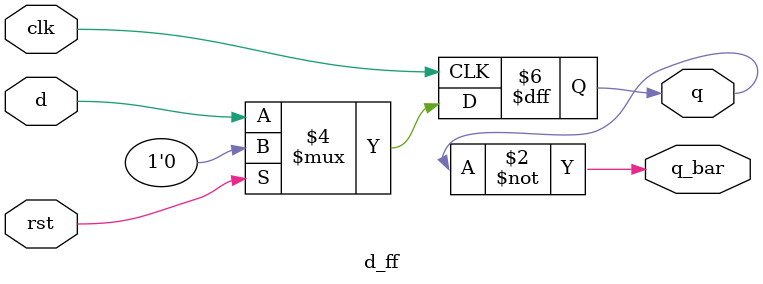
<source format=v>
module d_ff(
input clk,rst,d,
output reg q,
output q_bar);
always@(posedge clk)begin
if(rst)
q<=1'b0;
else
q<=d;
end
assign q_bar=~q;
endmodule

</source>
